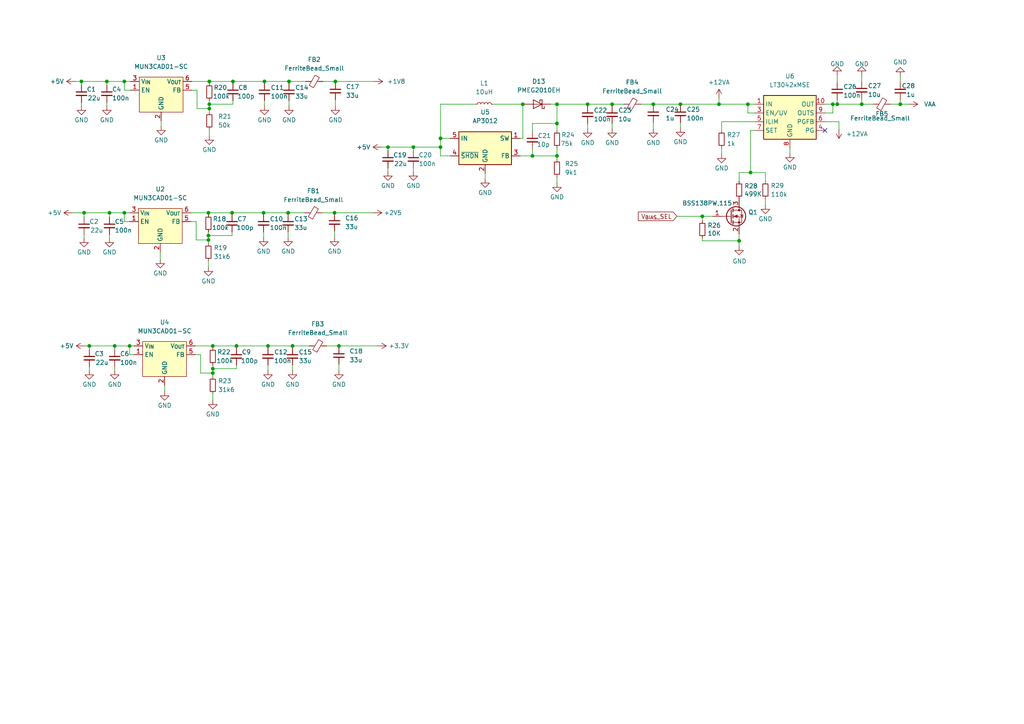
<source format=kicad_sch>
(kicad_sch (version 20211123) (generator eeschema)
  (paper "A4")
  (lib_symbols
    (symbol "Device:C_Small" (pin_numbers hide) (pin_names (offset 0.254) hide)
      (property "Reference" "C" (at 0.254 1.778 0))
      (property "Value" "C_Small" (at 0.254 -2.032 0))
      (symbol "C_Small_0_1"
        (polyline (pts (xy -1.524 -0.508) (xy 1.524 -0.508)) (stroke (width 0.3302)))
        (polyline (pts (xy -1.524 0.508) (xy 1.524 0.508)) (stroke (width 0.3048)))
      )
      (symbol "C_Small_1_1"
        (pin passive line (at 0 2.54 270) (length 2.032) (name "~") (number "1"))
        (pin passive line (at 0 -2.54 90) (length 2.032) (name "~") (number "2"))
      )
    )
    (symbol "Device:FerriteBead_Small" (pin_numbers hide) (pin_names (offset 0))
      (property "Reference" "FB" (at 1.905 1.27 0))
      (property "Value" "FerriteBead_Small" (at 1.905 -1.27 0))
      (symbol "FerriteBead_Small_0_1"
        (polyline (pts (xy 0 -1.27) (xy 0 -0.7874)))
        (polyline (pts (xy 0 0.889) (xy 0 1.2954)))
        (polyline (pts (xy -1.8288 0.2794) (xy -1.1176 1.4986) (xy 1.8288 -0.2032) (xy 1.1176 -1.4224) (xy -1.8288 0.2794)))
      )
      (symbol "FerriteBead_Small_1_1"
        (pin passive line (at 0 2.54 270) (length 1.27) (name "~") (number "1"))
        (pin passive line (at 0 -2.54 90) (length 1.27) (name "~") (number "2"))
      )
    )
    (symbol "Device:L_Small" (pin_numbers hide) (pin_names (offset 0.254) hide)
      (property "Reference" "L" (at 0.762 1.016 0))
      (property "Value" "L_Small" (at 0.762 -1.016 0))
      (symbol "L_Small_0_1"
        (arc (start 0 -2.032) (mid 0.508 -1.524) (end 0 -1.016))
        (arc (start 0 -1.016) (mid 0.508 -0.508) (end 0 0))
        (arc (start 0 0) (mid 0.508 0.508) (end 0 1.016))
        (arc (start 0 1.016) (mid 0.508 1.524) (end 0 2.032))
      )
      (symbol "L_Small_1_1"
        (pin passive line (at 0 2.54 270) (length 0.508) (name "~") (number "1"))
        (pin passive line (at 0 -2.54 90) (length 0.508) (name "~") (number "2"))
      )
    )
    (symbol "Device:Q_NMOS_GSD" (pin_names (offset 0) hide)
      (property "Reference" "Q" (at 5.08 1.27 0))
      (property "Value" "Q_NMOS_GSD" (at 5.08 -1.27 0))
      (symbol "Q_NMOS_GSD_0_1"
        (polyline (pts (xy 0.254 0) (xy -2.54 0)))
        (polyline (pts (xy 0.254 1.905) (xy 0.254 -1.905)) (stroke (width 0.254)))
        (polyline (pts (xy 0.762 -1.27) (xy 0.762 -2.286)) (stroke (width 0.254)))
        (polyline (pts (xy 0.762 0.508) (xy 0.762 -0.508)) (stroke (width 0.254)))
        (polyline (pts (xy 0.762 2.286) (xy 0.762 1.27)) (stroke (width 0.254)))
        (polyline (pts (xy 2.54 2.54) (xy 2.54 1.778)))
        (polyline (pts (xy 2.54 -2.54) (xy 2.54 0) (xy 0.762 0)))
        (polyline (pts (xy 0.762 -1.778) (xy 3.302 -1.778) (xy 3.302 1.778) (xy 0.762 1.778)))
        (polyline (pts (xy 1.016 0) (xy 2.032 0.381) (xy 2.032 -0.381) (xy 1.016 0)) (fill (type outline)))
        (polyline (pts (xy 2.794 0.508) (xy 2.921 0.381) (xy 3.683 0.381) (xy 3.81 0.254)))
        (polyline (pts (xy 3.302 0.381) (xy 2.921 -0.254) (xy 3.683 -0.254) (xy 3.302 0.381)))
        (circle (center 1.651 0) (radius 2.794) (stroke (width 0.254)))
        (circle (center 2.54 -1.778) (radius 0.254) (fill (type outline)))
        (circle (center 2.54 1.778) (radius 0.254) (fill (type outline)))
      )
      (symbol "Q_NMOS_GSD_1_1"
        (pin input line (at -5.08 0 0) (length 2.54) (name "G") (number "1"))
        (pin passive line (at 2.54 -5.08 90) (length 2.54) (name "S") (number "2"))
        (pin passive line (at 2.54 5.08 270) (length 2.54) (name "D") (number "3"))
      )
    )
    (symbol "Device:R_Small" (pin_numbers hide) (pin_names (offset 0.254) hide)
      (property "Reference" "R" (at 0.762 0.508 0))
      (property "Value" "R_Small" (at 0.762 -1.016 0))
      (symbol "R_Small_0_1"
        (rectangle (start -0.762 1.778) (end 0.762 -1.778) (stroke (width 0.2032)))
      )
      (symbol "R_Small_1_1"
        (pin passive line (at 0 2.54 270) (length 0.762) (name "~") (number "1"))
        (pin passive line (at 0 -2.54 90) (length 0.762) (name "~") (number "2"))
      )
    )
    (symbol "Diode:PMEG2010EH" (pin_numbers hide) (pin_names hide)
      (property "Reference" "D" (at 0 2.54 0))
      (property "Value" "PMEG2010EH" (at 0 -2.54 0))
      (symbol "PMEG2010EH_0_1"
        (polyline (pts (xy 1.27 0) (xy -1.27 0)))
        (polyline (pts (xy 1.27 1.27) (xy 1.27 -1.27) (xy -1.27 0) (xy 1.27 1.27)) (stroke (width 0.2032)))
        (polyline (pts (xy -1.905 0.635) (xy -1.905 1.27) (xy -1.27 1.27) (xy -1.27 -1.27) (xy -0.635 -1.27) (xy -0.635 -0.635)) (stroke (width 0.2032)))
      )
      (symbol "PMEG2010EH_1_1"
        (pin passive line (at -3.81 0 0) (length 2.54) (name "K") (number "1"))
        (pin passive line (at 3.81 0 180) (length 2.54) (name "A") (number "2"))
      )
    )
    (symbol "Regulator_Linear:LT3042xMSE"
      (property "Reference" "U" (at -6.35 6.35 0))
      (property "Value" "LT3042xMSE" (at 1.27 6.35 0))
      (symbol "LT3042xMSE_0_1"
        (rectangle (start -7.62 5.08) (end 7.62 -7.62) (stroke (width 0.254)) (fill (type background)))
      )
      (symbol "LT3042xMSE_1_1"
        (pin power_in line (at -10.16 2.54 0) (length 2.54) (name "IN") (number "1"))
        (pin power_out line (at 10.16 2.54 180) (length 2.54) (name "OUT") (number "10"))
        (pin passive line (at 0 -10.16 90) (length 2.54) hide (name "GND") (number "11"))
        (pin passive line (at -10.16 2.54 0) (length 2.54) hide (name "IN") (number "2"))
        (pin input line (at -10.16 0 0) (length 2.54) (name "EN/UV") (number "3"))
        (pin open_collector line (at 10.16 -5.08 180) (length 2.54) (name "PG") (number "4"))
        (pin passive line (at -10.16 -2.54 0) (length 2.54) (name "ILIM") (number "5"))
        (pin input line (at 10.16 -2.54 180) (length 2.54) (name "PGFB") (number "6"))
        (pin passive line (at -10.16 -5.08 0) (length 2.54) (name "SET") (number "7"))
        (pin power_in line (at 0 -10.16 90) (length 2.54) (name "GND") (number "8"))
        (pin input line (at 10.16 0 180) (length 2.54) (name "OUTS") (number "9"))
      )
    )
    (symbol "Regulator_Switching:AP3012"
      (property "Reference" "U" (at -7.62 5.715 0))
      (property "Value" "AP3012" (at 0 5.715 0))
      (symbol "AP3012_0_1"
        (rectangle (start -7.62 4.445) (end 7.62 -5.08) (stroke (width 0.254)) (fill (type background)))
      )
      (symbol "AP3012_1_1"
        (pin passive line (at 10.16 2.54 180) (length 2.54) (name "SW") (number "1"))
        (pin power_in line (at 0 -7.62 90) (length 2.54) (name "GND") (number "2"))
        (pin input line (at 10.16 -2.54 180) (length 2.54) (name "FB") (number "3"))
        (pin input line (at -10.16 -2.54 0) (length 2.54) (name "~{SHDN}") (number "4"))
        (pin power_in line (at -10.16 2.54 0) (length 2.54) (name "IN") (number "5"))
      )
    )
    (symbol "custom:MUN3CAD01-SC"
      (property "Reference" "U" (at 0 8.89 0))
      (property "Value" "MUN3CAD01-SC" (at 0 6.35 0))
      (symbol "MUN3CAD01-SC_0_1"
        (rectangle (start -6.35 5.08) (end 6.35 -5.08) (stroke (width 0.1524)) (fill (type background)))
      )
      (symbol "MUN3CAD01-SC_1_1"
        (pin input line (at -8.89 1.27 0) (length 2.54) (name "EN") (number "1"))
        (pin input line (at 0 -7.62 90) (length 2.54) (name "GND") (number "2"))
        (pin input line (at -8.89 3.81 0) (length 2.54) (name "V_{IN}") (number "3"))
        (pin passive line (at 0 -7.62 90) (length 2.54) hide (name "GND") (number "4"))
        (pin input line (at 8.89 1.27 180) (length 2.54) (name "FB") (number "5"))
        (pin input line (at 8.89 3.81 180) (length 2.54) (name "V_{OUT}") (number "6"))
      )
    )
    (symbol "power:+12VA" (power) (pin_names (offset 0))
      (property "Value" "+12VA" (at 0 3.556 0))
      (symbol "+12VA_0_1"
        (polyline (pts (xy -0.762 1.27) (xy 0 2.54)))
        (polyline (pts (xy 0 0) (xy 0 2.54)))
        (polyline (pts (xy 0 2.54) (xy 0.762 1.27)))
      )
      (symbol "+12VA_1_1"
        (pin power_in line (at 0 0 90) (length 0) hide (name "+12VA") (number "1"))
      )
    )
    (symbol "power:+1V8" (power) (pin_names (offset 0))
      (property "Value" "+1V8" (at 0 3.556 0))
      (symbol "+1V8_0_1"
        (polyline (pts (xy -0.762 1.27) (xy 0 2.54)))
        (polyline (pts (xy 0 0) (xy 0 2.54)))
        (polyline (pts (xy 0 2.54) (xy 0.762 1.27)))
      )
      (symbol "+1V8_1_1"
        (pin power_in line (at 0 0 90) (length 0) hide (name "+1V8") (number "1"))
      )
    )
    (symbol "power:+2V5" (power) (pin_names (offset 0))
      (property "Value" "+2V5" (at 0 3.556 0))
      (symbol "+2V5_0_1"
        (polyline (pts (xy -0.762 1.27) (xy 0 2.54)))
        (polyline (pts (xy 0 0) (xy 0 2.54)))
        (polyline (pts (xy 0 2.54) (xy 0.762 1.27)))
      )
      (symbol "+2V5_1_1"
        (pin power_in line (at 0 0 90) (length 0) hide (name "+2V5") (number "1"))
      )
    )
    (symbol "power:+3.3V" (power) (pin_names (offset 0))
      (property "Value" "+3.3V" (at 0 3.556 0))
      (symbol "+3.3V_0_1"
        (polyline (pts (xy -0.762 1.27) (xy 0 2.54)))
        (polyline (pts (xy 0 0) (xy 0 2.54)))
        (polyline (pts (xy 0 2.54) (xy 0.762 1.27)))
      )
      (symbol "+3.3V_1_1"
        (pin power_in line (at 0 0 90) (length 0) hide (name "+3.3V") (number "1"))
      )
    )
    (symbol "power:+5V" (power) (pin_names (offset 0))
      (property "Value" "+5V" (at 0 3.556 0))
      (symbol "+5V_0_1"
        (polyline (pts (xy -0.762 1.27) (xy 0 2.54)))
        (polyline (pts (xy 0 0) (xy 0 2.54)))
        (polyline (pts (xy 0 2.54) (xy 0.762 1.27)))
      )
      (symbol "+5V_1_1"
        (pin power_in line (at 0 0 90) (length 0) hide (name "+5V") (number "1"))
      )
    )
    (symbol "power:GND" (power) (pin_names (offset 0))
      (property "Value" "GND" (at 0 -3.81 0))
      (symbol "GND_0_1"
        (polyline (pts (xy 0 0) (xy 0 -1.27) (xy 1.27 -1.27) (xy 0 -2.54) (xy -1.27 -1.27) (xy 0 -1.27)))
      )
      (symbol "GND_1_1"
        (pin power_in line (at 0 0 270) (length 0) hide (name "GND") (number "1"))
      )
    )
    (symbol "power:VAA" (power) (pin_names (offset 0))
      (property "Value" "VAA" (at 0 3.81 0))
      (symbol "VAA_0_1"
        (polyline (pts (xy -0.762 1.27) (xy 0 2.54)))
        (polyline (pts (xy 0 0) (xy 0 2.54)))
        (polyline (pts (xy 0 2.54) (xy 0.762 1.27)))
      )
      (symbol "VAA_1_1"
        (pin power_in line (at 0 0 90) (length 0) hide (name "VAA") (number "1"))
      )
    )
  )
  (junction (at 25.908 100.33))
  (junction (at 31.75 61.722))
  (junction (at 60.452 61.722))
  (junction (at 161.544 35.814))
  (junction (at 216.916 30.226))
  (junction (at 60.706 31.496))
  (junction (at 203.708 62.738))
  (junction (at 189.484 30.226))
  (junction (at 261.112 30.226))
  (junction (at 68.58 100.33))
  (junction (at 177.546 30.226))
  (junction (at 97.282 23.622))
  (junction (at 208.534 30.226))
  (junction (at 249.936 30.226))
  (junction (at 161.544 30.226))
  (junction (at 197.358 30.226))
  (junction (at 98.298 100.33))
  (junction (at 37.592 100.33))
  (junction (at 127.762 42.672))
  (junction (at 67.31 61.722))
  (junction (at 127.762 40.132))
  (junction (at 76.454 61.722))
  (junction (at 83.82 23.622))
  (junction (at 61.722 106.934))
  (junction (at 214.376 69.85))
  (junction (at 36.068 61.722))
  (junction (at 76.708 23.622))
  (junction (at 83.566 61.722))
  (junction (at 67.564 23.622))
  (junction (at 170.434 30.226))
  (junction (at 217.678 50.038))
  (junction (at 161.544 45.212))
  (junction (at 242.824 30.226))
  (junction (at 33.274 100.33))
  (junction (at 24.384 61.722))
  (junction (at 241.554 30.226))
  (junction (at 36.068 23.622))
  (junction (at 77.724 100.33))
  (junction (at 30.988 23.622))
  (junction (at 97.028 61.722))
  (junction (at 61.722 100.33))
  (junction (at 60.452 68.326))
  (junction (at 60.706 23.622))
  (junction (at 151.638 30.226))
  (junction (at 154.432 45.212))
  (junction (at 23.622 23.622))
  (junction (at 61.722 108.204))
  (junction (at 119.888 42.672))
  (junction (at 112.522 42.672))
  (junction (at 84.836 100.33))
  (junction (at 60.452 69.596))
  (junction (at 60.706 30.226))
  (no_connect (at 239.268 37.846))
  (wire (pts (xy 241.554 30.226) (xy 239.268 30.226)))
  (wire (pts (xy 61.722 100.33) (xy 68.58 100.33)))
  (wire (pts (xy 214.376 67.818) (xy 214.376 69.85)))
  (wire (pts (xy 137.922 30.226) (xy 127.762 30.226)))
  (wire (pts (xy 56.642 100.33) (xy 61.722 100.33)))
  (wire (pts (xy 97.282 23.622) (xy 97.282 23.876)))
  (wire (pts (xy 151.638 40.132) (xy 151.638 30.226)))
  (wire (pts (xy 218.948 37.846) (xy 217.678 37.846)))
  (wire (pts (xy 216.916 30.226) (xy 218.948 30.226)))
  (wire (pts (xy 97.028 61.722) (xy 97.028 61.976)))
  (wire (pts (xy 55.626 23.622) (xy 60.706 23.622)))
  (wire (pts (xy 197.358 30.226) (xy 208.534 30.226)))
  (wire (pts (xy 67.31 68.326) (xy 67.31 67.31)))
  (wire (pts (xy 119.888 48.768) (xy 119.888 49.784)))
  (wire (pts (xy 159.766 30.226) (xy 161.544 30.226)))
  (wire (pts (xy 249.936 30.226) (xy 253.238 30.226)))
  (wire (pts (xy 60.452 61.722) (xy 67.31 61.722)))
  (wire (pts (xy 56.896 69.596) (xy 60.452 69.596)))
  (wire (pts (xy 154.432 38.1) (xy 154.432 35.814)))
  (wire (pts (xy 60.452 67.31) (xy 60.452 68.326)))
  (wire (pts (xy 221.996 50.038) (xy 221.996 52.578)))
  (wire (pts (xy 36.068 23.622) (xy 37.846 23.622)))
  (wire (pts (xy 61.722 106.934) (xy 68.58 106.934)))
  (wire (pts (xy 68.58 106.934) (xy 68.58 105.918)))
  (wire (pts (xy 67.564 23.622) (xy 67.564 24.13)))
  (wire (pts (xy 161.544 45.212) (xy 161.544 46.228)))
  (wire (pts (xy 60.706 31.496) (xy 60.706 32.512)))
  (wire (pts (xy 127.762 30.226) (xy 127.762 40.132)))
  (wire (pts (xy 110.744 42.672) (xy 112.522 42.672)))
  (wire (pts (xy 243.332 37.592) (xy 243.332 35.306)))
  (wire (pts (xy 185.928 30.226) (xy 189.484 30.226)))
  (wire (pts (xy 61.722 108.204) (xy 61.722 109.22)))
  (wire (pts (xy 203.708 69.85) (xy 203.708 69.088)))
  (wire (pts (xy 170.434 30.226) (xy 170.434 30.734)))
  (wire (pts (xy 23.622 23.622) (xy 23.622 24.638)))
  (wire (pts (xy 127.762 42.672) (xy 127.762 45.212)))
  (wire (pts (xy 33.274 100.33) (xy 33.274 101.346)))
  (wire (pts (xy 36.068 26.162) (xy 36.068 23.622)))
  (wire (pts (xy 77.724 105.918) (xy 77.724 107.442)))
  (wire (pts (xy 208.534 28.448) (xy 208.534 30.226)))
  (wire (pts (xy 31.75 61.722) (xy 31.75 62.992)))
  (wire (pts (xy 189.484 30.226) (xy 189.484 30.48)))
  (wire (pts (xy 60.706 23.622) (xy 67.564 23.622)))
  (wire (pts (xy 46.482 73.152) (xy 46.482 75.184)))
  (wire (pts (xy 249.936 28.702) (xy 249.936 30.226)))
  (wire (pts (xy 60.452 68.326) (xy 67.31 68.326)))
  (wire (pts (xy 25.908 100.33) (xy 33.274 100.33)))
  (wire (pts (xy 93.472 61.722) (xy 97.028 61.722)))
  (wire (pts (xy 37.592 102.87) (xy 37.592 100.33)))
  (wire (pts (xy 23.622 29.718) (xy 23.622 30.734)))
  (wire (pts (xy 214.376 69.85) (xy 214.376 71.374)))
  (wire (pts (xy 161.544 35.814) (xy 161.544 37.846)))
  (wire (pts (xy 242.824 28.956) (xy 242.824 30.226)))
  (wire (pts (xy 112.522 42.672) (xy 119.888 42.672)))
  (wire (pts (xy 161.544 30.226) (xy 161.544 35.814)))
  (wire (pts (xy 217.678 37.846) (xy 217.678 50.038)))
  (wire (pts (xy 112.522 42.672) (xy 112.522 43.688)))
  (wire (pts (xy 55.372 61.722) (xy 60.452 61.722)))
  (wire (pts (xy 61.722 106.934) (xy 61.722 108.204)))
  (wire (pts (xy 30.988 23.622) (xy 36.068 23.622)))
  (wire (pts (xy 76.454 61.722) (xy 76.454 62.23)))
  (wire (pts (xy 119.888 42.672) (xy 127.762 42.672)))
  (wire (pts (xy 97.028 61.722) (xy 108.204 61.722)))
  (wire (pts (xy 31.75 61.722) (xy 36.068 61.722)))
  (wire (pts (xy 84.836 100.33) (xy 84.836 100.838)))
  (wire (pts (xy 33.274 106.426) (xy 33.274 107.442)))
  (wire (pts (xy 68.58 100.33) (xy 68.58 100.838)))
  (wire (pts (xy 67.31 61.722) (xy 76.454 61.722)))
  (wire (pts (xy 61.722 105.918) (xy 61.722 106.934)))
  (wire (pts (xy 112.522 48.768) (xy 112.522 49.784)))
  (wire (pts (xy 76.708 29.21) (xy 76.708 30.734)))
  (wire (pts (xy 239.268 32.766) (xy 241.554 32.766)))
  (wire (pts (xy 243.332 35.306) (xy 239.268 35.306)))
  (wire (pts (xy 203.708 62.738) (xy 206.756 62.738)))
  (wire (pts (xy 21.844 23.622) (xy 23.622 23.622)))
  (wire (pts (xy 60.706 23.622) (xy 60.706 24.13)))
  (wire (pts (xy 154.432 45.212) (xy 161.544 45.212)))
  (wire (pts (xy 55.372 64.262) (xy 56.896 64.262)))
  (wire (pts (xy 37.592 64.262) (xy 36.068 64.262)))
  (wire (pts (xy 21.082 61.722) (xy 24.384 61.722)))
  (wire (pts (xy 83.82 29.21) (xy 83.82 30.734)))
  (wire (pts (xy 218.948 32.766) (xy 216.916 32.766)))
  (wire (pts (xy 197.358 35.56) (xy 197.358 37.084)))
  (wire (pts (xy 97.282 23.622) (xy 108.458 23.622)))
  (wire (pts (xy 33.274 100.33) (xy 37.592 100.33)))
  (wire (pts (xy 177.546 30.226) (xy 177.546 30.734)))
  (wire (pts (xy 98.298 105.664) (xy 98.298 107.442)))
  (wire (pts (xy 60.706 37.592) (xy 60.706 39.37)))
  (wire (pts (xy 203.708 62.738) (xy 203.708 64.008)))
  (wire (pts (xy 76.708 23.622) (xy 83.82 23.622)))
  (wire (pts (xy 119.888 42.672) (xy 119.888 43.688)))
  (wire (pts (xy 76.454 61.722) (xy 83.566 61.722)))
  (wire (pts (xy 189.484 35.56) (xy 189.484 37.338)))
  (wire (pts (xy 93.726 23.622) (xy 97.282 23.622)))
  (wire (pts (xy 196.342 62.738) (xy 203.708 62.738)))
  (wire (pts (xy 197.358 30.226) (xy 197.358 30.48)))
  (wire (pts (xy 97.282 28.956) (xy 97.282 30.734)))
  (wire (pts (xy 242.824 30.226) (xy 249.936 30.226)))
  (wire (pts (xy 24.638 100.33) (xy 25.908 100.33)))
  (wire (pts (xy 24.384 68.072) (xy 24.384 69.088)))
  (wire (pts (xy 76.708 23.622) (xy 76.708 24.13)))
  (wire (pts (xy 61.722 100.33) (xy 61.722 100.838)))
  (wire (pts (xy 209.296 42.926) (xy 209.296 44.704)))
  (wire (pts (xy 84.836 100.33) (xy 89.662 100.33)))
  (wire (pts (xy 97.028 67.056) (xy 97.028 68.834)))
  (wire (pts (xy 154.432 35.814) (xy 161.544 35.814)))
  (wire (pts (xy 61.722 114.3) (xy 61.722 116.078)))
  (wire (pts (xy 241.554 30.226) (xy 242.824 30.226)))
  (wire (pts (xy 258.318 30.226) (xy 261.112 30.226)))
  (wire (pts (xy 208.534 30.226) (xy 216.916 30.226)))
  (wire (pts (xy 55.626 26.162) (xy 57.15 26.162)))
  (wire (pts (xy 83.566 61.722) (xy 88.392 61.722)))
  (wire (pts (xy 37.846 26.162) (xy 36.068 26.162)))
  (wire (pts (xy 38.862 102.87) (xy 37.592 102.87)))
  (wire (pts (xy 77.724 100.33) (xy 77.724 100.838)))
  (wire (pts (xy 161.544 51.308) (xy 161.544 53.086)))
  (wire (pts (xy 83.82 23.622) (xy 83.82 24.13)))
  (wire (pts (xy 25.908 100.33) (xy 25.908 101.346)))
  (wire (pts (xy 60.452 69.596) (xy 60.452 70.612)))
  (wire (pts (xy 177.546 30.226) (xy 180.848 30.226)))
  (wire (pts (xy 58.166 108.204) (xy 61.722 108.204)))
  (wire (pts (xy 56.642 102.87) (xy 58.166 102.87)))
  (wire (pts (xy 77.724 100.33) (xy 84.836 100.33)))
  (wire (pts (xy 150.876 45.212) (xy 154.432 45.212)))
  (wire (pts (xy 140.716 50.292) (xy 140.716 51.816)))
  (wire (pts (xy 76.454 67.31) (xy 76.454 68.834)))
  (wire (pts (xy 261.112 23.876) (xy 261.112 22.098)))
  (wire (pts (xy 67.564 30.226) (xy 67.564 29.21)))
  (wire (pts (xy 189.484 30.226) (xy 197.358 30.226)))
  (wire (pts (xy 217.678 50.038) (xy 221.996 50.038)))
  (wire (pts (xy 83.566 61.722) (xy 83.566 62.23)))
  (wire (pts (xy 170.434 35.814) (xy 170.434 37.338)))
  (wire (pts (xy 261.112 30.226) (xy 263.652 30.226)))
  (wire (pts (xy 67.31 61.722) (xy 67.31 62.23)))
  (wire (pts (xy 216.916 32.766) (xy 216.916 30.226)))
  (wire (pts (xy 57.15 31.496) (xy 60.706 31.496)))
  (wire (pts (xy 203.708 69.85) (xy 214.376 69.85)))
  (wire (pts (xy 98.298 100.33) (xy 98.298 100.584)))
  (wire (pts (xy 84.836 105.918) (xy 84.836 107.442)))
  (wire (pts (xy 60.452 68.326) (xy 60.452 69.596)))
  (wire (pts (xy 68.58 100.33) (xy 77.724 100.33)))
  (wire (pts (xy 60.452 75.692) (xy 60.452 77.47)))
  (wire (pts (xy 241.554 32.766) (xy 241.554 30.226)))
  (wire (pts (xy 217.678 50.038) (xy 214.376 50.038)))
  (wire (pts (xy 67.564 23.622) (xy 76.708 23.622)))
  (wire (pts (xy 60.706 30.226) (xy 60.706 31.496)))
  (wire (pts (xy 161.544 42.926) (xy 161.544 45.212)))
  (wire (pts (xy 46.736 35.052) (xy 46.736 36.576)))
  (wire (pts (xy 130.556 40.132) (xy 127.762 40.132)))
  (wire (pts (xy 221.996 57.658) (xy 221.996 59.436)))
  (wire (pts (xy 24.384 61.722) (xy 31.75 61.722)))
  (wire (pts (xy 209.296 35.306) (xy 209.296 37.846)))
  (wire (pts (xy 214.376 50.038) (xy 214.376 52.578)))
  (wire (pts (xy 151.638 30.226) (xy 152.146 30.226)))
  (wire (pts (xy 94.742 100.33) (xy 98.298 100.33)))
  (wire (pts (xy 229.108 42.926) (xy 229.108 44.45)))
  (wire (pts (xy 30.988 23.622) (xy 30.988 24.638)))
  (wire (pts (xy 47.752 111.76) (xy 47.752 113.538)))
  (wire (pts (xy 31.75 68.072) (xy 31.75 69.088)))
  (wire (pts (xy 261.112 28.956) (xy 261.112 30.226)))
  (wire (pts (xy 150.876 40.132) (xy 151.638 40.132)))
  (wire (pts (xy 83.566 67.31) (xy 83.566 68.834)))
  (wire (pts (xy 37.592 100.33) (xy 38.862 100.33)))
  (wire (pts (xy 57.15 26.162) (xy 57.15 31.496)))
  (wire (pts (xy 56.896 64.262) (xy 56.896 69.596)))
  (wire (pts (xy 36.068 61.722) (xy 36.068 64.262)))
  (wire (pts (xy 127.762 40.132) (xy 127.762 42.672)))
  (wire (pts (xy 24.384 61.722) (xy 24.384 62.992)))
  (wire (pts (xy 23.622 23.622) (xy 30.988 23.622)))
  (wire (pts (xy 161.544 30.226) (xy 170.434 30.226)))
  (wire (pts (xy 143.002 30.226) (xy 151.638 30.226)))
  (wire (pts (xy 242.824 21.844) (xy 242.824 23.876)))
  (wire (pts (xy 25.908 106.426) (xy 25.908 107.442)))
  (wire (pts (xy 83.82 23.622) (xy 88.646 23.622)))
  (wire (pts (xy 177.546 35.814) (xy 177.546 37.338)))
  (wire (pts (xy 36.068 61.722) (xy 37.592 61.722)))
  (wire (pts (xy 154.432 43.18) (xy 154.432 45.212)))
  (wire (pts (xy 249.936 21.844) (xy 249.936 23.622)))
  (wire (pts (xy 60.452 61.722) (xy 60.452 62.23)))
  (wire (pts (xy 170.434 30.226) (xy 177.546 30.226)))
  (wire (pts (xy 58.166 102.87) (xy 58.166 108.204)))
  (wire (pts (xy 60.706 30.226) (xy 67.564 30.226)))
  (wire (pts (xy 60.706 29.21) (xy 60.706 30.226)))
  (wire (pts (xy 98.298 100.33) (xy 109.474 100.33)))
  (wire (pts (xy 218.948 35.306) (xy 209.296 35.306)))
  (wire (pts (xy 30.988 29.718) (xy 30.988 30.734)))
  (wire (pts (xy 127.762 45.212) (xy 130.556 45.212)))
  (global_label "V_{BIAS}_SEL" (shape input) (at 196.342 62.738 180) (property "Intersheet References" "${INTERSHEET_REFS}" (effects hide)))
  (symbol (lib_id "Device:R_Small") (at 60.706 35.052 0) (unit 1)
    (property "Reference" "R21" (at 63.246 33.7819 0) (effects (justify left)))
    (property "Value" "50k" (at 63.246 36.3219 0) (effects (justify left)))
    (property "Footprint" "Resistor_SMD:R_0402_1005Metric" (effects hide))
  )
  (symbol (lib_id "Device:C_Small") (at 30.988 27.178 0) (unit 1)
    (property "Reference" "C4" (at 32.512 25.908 0) (effects (justify left)))
    (property "Value" "100n" (at 32.512 28.448 0) (effects (justify left)))
    (property "Footprint" "Capacitor_SMD:C_0402_1005Metric" (effects hide))
  )
  (symbol (lib_id "Device:C_Small") (at 24.384 65.532 0) (unit 1)
    (property "Reference" "C2" (at 25.908 64.262 0) (effects (justify left)))
    (property "Value" "22u" (at 26.162 66.802 0) (effects (justify left)))
    (property "Footprint" "Capacitor_SMD:C_0805_2012Metric" (effects hide))
  )
  (symbol (lib_id "Device:C_Small") (at 177.546 33.274 0) (unit 1)
    (property "Reference" "C23" (at 179.324 32.004 0) (effects (justify left)))
    (property "Value" "10u" (at 179.324 34.544 0) (effects (justify left)))
    (property "Footprint" "Capacitor_SMD:C_0402_1005Metric" (effects hide))
  )
  (symbol (lib_id "power:GND") (at 60.706 39.37 0) (unit 1)
    (property "Reference" "#PWR052" (effects hide))
    (property "Value" "GND" (at 58.674 43.434 0) (effects (justify left)))
  )
  (symbol (lib_id "Device:R_Small") (at 60.706 26.67 0) (unit 1)
    (property "Reference" "R20" (at 61.976 25.4 0) (effects (justify left)))
    (property "Value" "100k" (at 61.722 27.94 0) (effects (justify left)))
    (property "Footprint" "Resistor_SMD:R_0402_1005Metric" (effects hide))
  )
  (symbol (lib_id "power:GND") (at 189.484 37.338 0) (unit 1)
    (property "Reference" "#PWR073" (effects hide))
    (property "Value" "GND" (at 187.452 41.402 0) (effects (justify left)))
  )
  (symbol (lib_id "power:GND") (at 31.75 69.088 0) (unit 1)
    (property "Reference" "#PWR046" (effects hide))
    (property "Value" "GND" (at 29.718 73.152 0) (effects (justify left)))
  )
  (symbol (lib_id "Device:C_Small") (at 33.274 103.886 0) (unit 1)
    (property "Reference" "C6" (at 34.798 102.616 0) (effects (justify left)))
    (property "Value" "100n" (at 34.798 105.156 0) (effects (justify left)))
    (property "Footprint" "Capacitor_SMD:C_0402_1005Metric" (effects hide))
  )
  (symbol (lib_id "Device:C_Small") (at 97.282 26.416 0) (unit 1)
    (property "Reference" "C17" (at 100.33 25.1522 0) (effects (justify left)))
    (property "Value" "33u" (at 100.33 27.6922 0) (effects (justify left)))
    (property "Footprint" "Capacitor_SMD:C_0805_2012Metric" (effects hide))
  )
  (symbol (lib_id "Device:R_Small") (at 60.452 64.77 0) (unit 1)
    (property "Reference" "R18" (at 61.722 63.5 0) (effects (justify left)))
    (property "Value" "100k" (at 61.468 66.04 0) (effects (justify left)))
    (property "Footprint" "Resistor_SMD:R_0402_1005Metric" (effects hide))
  )
  (symbol (lib_id "Device:C_Small") (at 97.028 64.516 0) (unit 1)
    (property "Reference" "C16" (at 100.076 63.2522 0) (effects (justify left)))
    (property "Value" "33u" (at 100.076 65.7922 0) (effects (justify left)))
    (property "Footprint" "Capacitor_SMD:C_0805_2012Metric" (effects hide))
  )
  (symbol (lib_id "Regulator_Linear:LT3042xMSE") (at 229.108 32.766 0) (unit 1)
    (property "Reference" "U6" (at 229.108 22.098 0))
    (property "Value" "LT3042xMSE" (at 229.108 24.638 0))
    (property "Footprint" "Package_SO:MSOP-10-1EP_3x3mm_P0.5mm_EP1.68x1.88mm" (effects hide))
    (property "Datasheet" "https://www.analog.com/media/en/technical-documentation/data-sheets/3042fb.pdf" (effects hide))
  )
  (symbol (lib_id "Device:R_Small") (at 161.544 40.386 0) (unit 1)
    (property "Reference" "R24" (at 162.814 39.116 0) (effects (justify left)))
    (property "Value" "75k" (at 162.56 41.656 0) (effects (justify left)))
    (property "Footprint" "Resistor_SMD:R_0402_1005Metric" (effects hide))
  )
  (symbol (lib_id "power:GND") (at 197.358 37.084 0) (unit 1)
    (property "Reference" "#PWR074" (effects hide))
    (property "Value" "GND" (at 195.326 41.148 0) (effects (justify left)))
  )
  (symbol (lib_id "power:GND") (at 83.566 68.834 0) (unit 1)
    (property "Reference" "#PWR057" (effects hide))
    (property "Value" "GND" (at 81.534 72.898 0) (effects (justify left)))
  )
  (symbol (lib_id "power:GND") (at 25.908 107.442 0) (unit 1)
    (property "Reference" "#PWR044" (effects hide))
    (property "Value" "GND" (at 23.876 111.506 0) (effects (justify left)))
  )
  (symbol (lib_id "power:GND") (at 177.546 37.338 0) (unit 1)
    (property "Reference" "#PWR072" (effects hide))
    (property "Value" "GND" (at 175.514 41.402 0) (effects (justify left)))
  )
  (symbol (lib_id "power:GND") (at 261.112 22.098 180) (unit 1)
    (property "Reference" "#PWR083" (effects hide))
    (property "Value" "GND" (at 263.144 18.034 0) (effects (justify left)))
  )
  (symbol (lib_id "Device:C_Small") (at 170.434 33.274 0) (unit 1)
    (property "Reference" "C22" (at 172.212 32.004 0) (effects (justify left)))
    (property "Value" "100n" (at 172.212 34.544 0) (effects (justify left)))
    (property "Footprint" "Capacitor_SMD:C_0402_1005Metric" (effects hide))
  )
  (symbol (lib_id "Diode:PMEG2010EH") (at 155.956 30.226 180) (unit 1)
    (property "Reference" "D13" (at 156.2735 23.622 0))
    (property "Value" "PMEG2010EH" (at 156.2735 26.162 0))
    (property "Footprint" "Diode_SMD:D_SOD-123F" (effects hide))
    (property "Datasheet" "https://assets.nexperia.com/documents/data-sheet/PMEG2010EH_EJ_ET.pdf" (effects hide))
  )
  (symbol (lib_id "Device:C_Small") (at 25.908 103.886 0) (unit 1)
    (property "Reference" "C3" (at 27.432 102.616 0) (effects (justify left)))
    (property "Value" "22u" (at 27.686 105.156 0) (effects (justify left)))
    (property "Footprint" "Capacitor_SMD:C_0805_2012Metric" (effects hide))
  )
  (symbol (lib_id "power:+5V") (at 21.082 61.722 90) (unit 1)
    (property "Reference" "#PWR039" (effects hide))
    (property "Value" "+5V" (at 13.716 61.722 90) (effects (justify right)))
  )
  (symbol (lib_id "Device:C_Small") (at 83.566 64.77 0) (unit 1)
    (property "Reference" "C13" (at 85.344 63.5 0) (effects (justify left)))
    (property "Value" "33u" (at 85.344 66.04 0) (effects (justify left)))
    (property "Footprint" "Capacitor_SMD:C_0805_2012Metric" (effects hide))
  )
  (symbol (lib_id "power:GND") (at 76.708 30.734 0) (unit 1)
    (property "Reference" "#PWR055" (effects hide))
    (property "Value" "GND" (at 74.676 34.798 0) (effects (justify left)))
  )
  (symbol (lib_id "Device:C_Small") (at 197.358 33.02 0) (unit 1)
    (property "Reference" "C25" (at 199.136 31.75 0) (effects (justify left)))
    (property "Value" "100n" (at 199.136 34.29 0) (effects (justify left)))
    (property "Footprint" "Capacitor_SMD:C_0402_1005Metric" (effects hide))
  )
  (symbol (lib_id "power:GND") (at 140.716 51.816 0) (unit 1)
    (property "Reference" "#PWR069" (effects hide))
    (property "Value" "GND" (at 138.684 55.88 0) (effects (justify left)))
  )
  (symbol (lib_id "power:VAA") (at 263.652 30.226 270) (unit 1)
    (property "Reference" "#PWR084" (effects hide))
    (property "Value" "VAA" (at 267.97 30.2259 90) (effects (justify left)))
  )
  (symbol (lib_id "power:GND") (at 221.996 59.436 0) (unit 1)
    (property "Reference" "#PWR078" (effects hide))
    (property "Value" "GND" (at 219.964 63.5 0) (effects (justify left)))
  )
  (symbol (lib_id "power:GND") (at 76.454 68.834 0) (unit 1)
    (property "Reference" "#PWR054" (effects hide))
    (property "Value" "GND" (at 74.422 72.898 0) (effects (justify left)))
  )
  (symbol (lib_id "Device:FerriteBead_Small") (at 255.778 30.226 90) (unit 1)
    (property "Reference" "FB5" (at 255.778 33.02 90))
    (property "Value" "FerriteBead_Small" (at 255.27 34.29 90))
    (property "Footprint" "Inductor_SMD:L_0603_1608Metric" (effects hide))
  )
  (symbol (lib_id "custom:MUN3CAD01-SC") (at 47.752 104.14 0) (unit 1)
    (property "Reference" "U4" (at 47.752 93.472 0))
    (property "Value" "MUN3CAD01-SC" (at 47.752 96.012 0))
  )
  (symbol (lib_id "Device:FerriteBead_Small") (at 91.186 23.622 90) (unit 1)
    (property "Reference" "FB2" (at 91.1479 17.272 90))
    (property "Value" "FerriteBead_Small" (at 91.1479 19.812 90))
    (property "Footprint" "Inductor_SMD:L_0603_1608Metric" (effects hide))
  )
  (symbol (lib_id "Device:Q_NMOS_GSD") (at 211.836 62.738 0) (unit 1)
    (property "Reference" "Q1" (at 217.0176 61.5696 0) (effects (justify left)))
    (property "Value" "BSS138PW,115" (at 197.866 58.928 0) (effects (justify left)))
    (property "Footprint" "Package_TO_SOT_SMD:SOT-323_SC-70" (effects hide))
    (property "MPN" "BSS138PW,115" (effects hide))
  )
  (symbol (lib_id "Device:L_Small") (at 140.462 30.226 90) (unit 1)
    (property "Reference" "L1" (at 140.462 24.13 90))
    (property "Value" "10uH" (at 140.462 26.67 90))
    (property "Footprint" "Inductor_SMD:L_1812_4532Metric" (effects hide))
  )
  (symbol (lib_id "power:GND") (at 23.622 30.734 0) (unit 1)
    (property "Reference" "#PWR041" (effects hide))
    (property "Value" "GND" (at 21.59 34.798 0) (effects (justify left)))
  )
  (symbol (lib_id "Device:R_Small") (at 61.722 103.378 0) (unit 1)
    (property "Reference" "R22" (at 62.992 102.108 0) (effects (justify left)))
    (property "Value" "100k" (at 62.738 104.648 0) (effects (justify left)))
    (property "Footprint" "Resistor_SMD:R_0402_1005Metric" (effects hide))
  )
  (symbol (lib_id "power:+1V8") (at 108.458 23.622 270) (unit 1)
    (property "Reference" "#PWR064" (effects hide))
    (property "Value" "+1V8" (at 112.268 23.6219 90) (effects (justify left)))
  )
  (symbol (lib_id "Device:R_Small") (at 221.996 55.118 0) (unit 1)
    (property "Reference" "R29" (at 223.52 53.8479 0) (effects (justify left)))
    (property "Value" "110k" (at 223.52 56.3879 0) (effects (justify left)))
    (property "Footprint" "Resistor_SMD:R_0402_1005Metric" (effects hide))
  )
  (symbol (lib_id "Device:C_Small") (at 98.298 103.124 0) (unit 1)
    (property "Reference" "C18" (at 101.346 101.8602 0) (effects (justify left)))
    (property "Value" "33u" (at 101.346 104.4002 0) (effects (justify left)))
    (property "Footprint" "Capacitor_SMD:C_0805_2012Metric" (effects hide))
  )
  (symbol (lib_id "power:GND") (at 30.988 30.734 0) (unit 1)
    (property "Reference" "#PWR045" (effects hide))
    (property "Value" "GND" (at 28.956 34.798 0) (effects (justify left)))
  )
  (symbol (lib_id "Device:R_Small") (at 61.722 111.76 0) (unit 1)
    (property "Reference" "R23" (at 63.246 110.4899 0) (effects (justify left)))
    (property "Value" "31k6" (at 63.246 113.0299 0) (effects (justify left)))
    (property "Footprint" "Resistor_SMD:R_0402_1005Metric" (effects hide))
  )
  (symbol (lib_id "power:+2V5") (at 108.204 61.722 270) (unit 1)
    (property "Reference" "#PWR063" (effects hide))
    (property "Value" "+2V5" (at 116.586 61.722 90) (effects (justify right)))
  )
  (symbol (lib_id "power:GND") (at 46.482 75.184 0) (unit 1)
    (property "Reference" "#PWR048" (effects hide))
    (property "Value" "GND" (at 44.45 79.248 0) (effects (justify left)))
  )
  (symbol (lib_id "power:GND") (at 84.836 107.442 0) (unit 1)
    (property "Reference" "#PWR059" (effects hide))
    (property "Value" "GND" (at 82.804 111.506 0) (effects (justify left)))
  )
  (symbol (lib_id "Device:C_Small") (at 67.564 26.67 0) (unit 1)
    (property "Reference" "C8" (at 69.088 25.4 0) (effects (justify left)))
    (property "Value" "100p" (at 68.834 27.94 0) (effects (justify left)))
    (property "Footprint" "Capacitor_SMD:C_0402_1005Metric" (effects hide))
  )
  (symbol (lib_id "power:GND") (at 61.722 116.078 0) (unit 1)
    (property "Reference" "#PWR053" (effects hide))
    (property "Value" "GND" (at 59.69 120.142 0) (effects (justify left)))
  )
  (symbol (lib_id "Device:C_Small") (at 68.58 103.378 0) (unit 1)
    (property "Reference" "C9" (at 70.104 102.108 0) (effects (justify left)))
    (property "Value" "100p" (at 69.85 104.648 0) (effects (justify left)))
    (property "Footprint" "Capacitor_SMD:C_0402_1005Metric" (effects hide))
  )
  (symbol (lib_id "power:+5V") (at 110.744 42.672 90) (unit 1)
    (property "Reference" "#PWR066" (effects hide))
    (property "Value" "+5V" (at 103.378 42.672 90) (effects (justify right)))
  )
  (symbol (lib_id "power:+3.3V") (at 109.474 100.33 270) (unit 1)
    (property "Reference" "#PWR065" (effects hide))
    (property "Value" "+3.3V" (at 118.618 100.33 90) (effects (justify right)))
  )
  (symbol (lib_id "power:+5V") (at 21.844 23.622 90) (unit 1)
    (property "Reference" "#PWR040" (effects hide))
    (property "Value" "+5V" (at 14.478 23.622 90) (effects (justify right)))
  )
  (symbol (lib_id "Device:C_Small") (at 189.484 33.02 0) (unit 1)
    (property "Reference" "C24" (at 193.04 31.7562 0) (effects (justify left)))
    (property "Value" "1u" (at 193.04 34.2962 0) (effects (justify left)))
    (property "Footprint" "Capacitor_SMD:C_0402_1005Metric" (effects hide))
  )
  (symbol (lib_id "Device:R_Small") (at 60.452 73.152 0) (unit 1)
    (property "Reference" "R19" (at 61.976 71.8819 0) (effects (justify left)))
    (property "Value" "31k6" (at 61.976 74.4219 0) (effects (justify left)))
    (property "Footprint" "Resistor_SMD:R_0402_1005Metric" (effects hide))
  )
  (symbol (lib_id "power:GND") (at 229.108 44.45 0) (unit 1)
    (property "Reference" "#PWR079" (effects hide))
    (property "Value" "GND" (at 227.076 48.514 0) (effects (justify left)))
  )
  (symbol (lib_id "Device:R_Small") (at 214.376 55.118 0) (unit 1)
    (property "Reference" "R28" (at 215.8746 53.9496 0) (effects (justify left)))
    (property "Value" "499K" (at 215.8746 56.261 0) (effects (justify left)))
    (property "Footprint" "Resistor_SMD:R_0402_1005Metric" (effects hide))
  )
  (symbol (lib_id "power:GND") (at 119.888 49.784 0) (unit 1)
    (property "Reference" "#PWR068" (effects hide))
    (property "Value" "GND" (at 117.856 53.848 0) (effects (justify left)))
  )
  (symbol (lib_id "Device:R_Small") (at 209.296 40.386 0) (unit 1)
    (property "Reference" "R27" (at 210.82 39.1159 0) (effects (justify left)))
    (property "Value" "1k" (at 210.82 41.6559 0) (effects (justify left)))
    (property "Footprint" "Resistor_SMD:R_0402_1005Metric" (effects hide))
  )
  (symbol (lib_id "Device:C_Small") (at 249.936 26.162 0) (unit 1)
    (property "Reference" "C27" (at 251.714 24.892 0) (effects (justify left)))
    (property "Value" "10u" (at 251.714 27.432 0) (effects (justify left)))
    (property "Footprint" "Capacitor_SMD:C_0402_1005Metric" (effects hide))
  )
  (symbol (lib_id "power:GND") (at 112.522 49.784 0) (unit 1)
    (property "Reference" "#PWR067" (effects hide))
    (property "Value" "GND" (at 110.49 53.848 0) (effects (justify left)))
  )
  (symbol (lib_id "Device:C_Small") (at 242.824 26.416 0) (unit 1)
    (property "Reference" "C26" (at 244.602 25.146 0) (effects (justify left)))
    (property "Value" "100n" (at 244.602 27.686 0) (effects (justify left)))
    (property "Footprint" "Capacitor_SMD:C_0402_1005Metric" (effects hide))
  )
  (symbol (lib_id "Device:C_Small") (at 76.454 64.77 0) (unit 1)
    (property "Reference" "C10" (at 78.232 63.5 0) (effects (justify left)))
    (property "Value" "100n" (at 78.232 66.04 0) (effects (justify left)))
    (property "Footprint" "Capacitor_SMD:C_0402_1005Metric" (effects hide))
  )
  (symbol (lib_id "power:GND") (at 209.296 44.704 0) (unit 1)
    (property "Reference" "#PWR076" (effects hide))
    (property "Value" "GND" (at 207.264 48.768 0) (effects (justify left)))
  )
  (symbol (lib_id "power:GND") (at 170.434 37.338 0) (unit 1)
    (property "Reference" "#PWR071" (effects hide))
    (property "Value" "GND" (at 168.402 41.402 0) (effects (justify left)))
  )
  (symbol (lib_id "power:GND") (at 242.824 21.844 180) (unit 1)
    (property "Reference" "#PWR080" (effects hide))
    (property "Value" "GND" (at 240.792 18.542 0) (effects (justify right)))
  )
  (symbol (lib_id "power:GND") (at 97.282 30.734 0) (unit 1)
    (property "Reference" "#PWR061" (effects hide))
    (property "Value" "GND" (at 95.25 34.798 0) (effects (justify left)))
  )
  (symbol (lib_id "Device:C_Small") (at 23.622 27.178 0) (unit 1)
    (property "Reference" "C1" (at 25.146 25.908 0) (effects (justify left)))
    (property "Value" "22u" (at 25.4 28.448 0) (effects (justify left)))
    (property "Footprint" "Capacitor_SMD:C_0805_2012Metric" (effects hide))
  )
  (symbol (lib_id "Device:C_Small") (at 77.724 103.378 0) (unit 1)
    (property "Reference" "C12" (at 79.502 102.108 0) (effects (justify left)))
    (property "Value" "100n" (at 79.502 104.648 0) (effects (justify left)))
    (property "Footprint" "Capacitor_SMD:C_0402_1005Metric" (effects hide))
  )
  (symbol (lib_id "Device:C_Small") (at 31.75 65.532 0) (unit 1)
    (property "Reference" "C5" (at 33.274 64.262 0) (effects (justify left)))
    (property "Value" "100n" (at 33.274 66.802 0) (effects (justify left)))
    (property "Footprint" "Capacitor_SMD:C_0402_1005Metric" (effects hide))
  )
  (symbol (lib_id "power:GND") (at 46.736 36.576 0) (unit 1)
    (property "Reference" "#PWR049" (effects hide))
    (property "Value" "GND" (at 44.704 40.64 0) (effects (justify left)))
  )
  (symbol (lib_id "Device:R_Small") (at 203.708 66.548 0) (unit 1)
    (property "Reference" "R26" (at 205.2066 65.3796 0) (effects (justify left)))
    (property "Value" "10K" (at 205.2066 67.691 0) (effects (justify left)))
    (property "Footprint" "Resistor_SMD:R_0402_1005Metric" (effects hide))
  )
  (symbol (lib_id "power:GND") (at 33.274 107.442 0) (unit 1)
    (property "Reference" "#PWR047" (effects hide))
    (property "Value" "GND" (at 31.242 111.506 0) (effects (justify left)))
  )
  (symbol (lib_id "custom:MUN3CAD01-SC") (at 46.736 27.432 0) (unit 1)
    (property "Reference" "U3" (at 46.736 16.764 0))
    (property "Value" "MUN3CAD01-SC" (at 46.736 19.304 0))
  )
  (symbol (lib_id "power:GND") (at 47.752 113.538 0) (unit 1)
    (property "Reference" "#PWR050" (effects hide))
    (property "Value" "GND" (at 45.72 117.602 0) (effects (justify left)))
  )
  (symbol (lib_id "Device:FerriteBead_Small") (at 183.388 30.226 90) (unit 1)
    (property "Reference" "FB4" (at 183.3499 23.876 90))
    (property "Value" "FerriteBead_Small" (at 183.3499 26.416 90))
    (property "Footprint" "Inductor_SMD:L_0603_1608Metric" (effects hide))
  )
  (symbol (lib_id "Device:C_Small") (at 67.31 64.77 0) (unit 1)
    (property "Reference" "C7" (at 68.834 63.5 0) (effects (justify left)))
    (property "Value" "100p" (at 68.58 66.04 0) (effects (justify left)))
    (property "Footprint" "Capacitor_SMD:C_0402_1005Metric" (effects hide))
  )
  (symbol (lib_id "Device:R_Small") (at 161.544 48.768 0) (unit 1)
    (property "Reference" "R25" (at 163.83 47.4979 0) (effects (justify left)))
    (property "Value" "9k1" (at 163.83 50.0379 0) (effects (justify left)))
    (property "Footprint" "Resistor_SMD:R_0402_1005Metric" (effects hide))
  )
  (symbol (lib_id "power:GND") (at 97.028 68.834 0) (unit 1)
    (property "Reference" "#PWR060" (effects hide))
    (property "Value" "GND" (at 94.996 72.898 0) (effects (justify left)))
  )
  (symbol (lib_id "Device:C_Small") (at 76.708 26.67 0) (unit 1)
    (property "Reference" "C11" (at 78.486 25.4 0) (effects (justify left)))
    (property "Value" "100n" (at 78.486 27.94 0) (effects (justify left)))
    (property "Footprint" "Capacitor_SMD:C_0402_1005Metric" (effects hide))
  )
  (symbol (lib_id "power:GND") (at 161.544 53.086 0) (unit 1)
    (property "Reference" "#PWR070" (effects hide))
    (property "Value" "GND" (at 159.512 57.15 0) (effects (justify left)))
  )
  (symbol (lib_id "Device:FerriteBead_Small") (at 92.202 100.33 90) (unit 1)
    (property "Reference" "FB3" (at 92.1639 93.98 90))
    (property "Value" "FerriteBead_Small" (at 92.1639 96.52 90))
    (property "Footprint" "Inductor_SMD:L_0603_1608Metric" (effects hide))
  )
  (symbol (lib_id "power:GND") (at 77.724 107.442 0) (unit 1)
    (property "Reference" "#PWR056" (effects hide))
    (property "Value" "GND" (at 75.692 111.506 0) (effects (justify left)))
  )
  (symbol (lib_id "power:GND") (at 249.936 21.844 180) (unit 1)
    (property "Reference" "#PWR082" (effects hide))
    (property "Value" "GND" (at 247.904 18.542 0) (effects (justify right)))
  )
  (symbol (lib_id "Device:C_Small") (at 112.522 46.228 0) (unit 1)
    (property "Reference" "C19" (at 114.046 44.958 0) (effects (justify left)))
    (property "Value" "22u" (at 114.3 47.498 0) (effects (justify left)))
    (property "Footprint" "Capacitor_SMD:C_0805_2012Metric" (effects hide))
  )
  (symbol (lib_id "Regulator_Switching:AP3012") (at 140.716 42.672 0) (unit 1)
    (property "Reference" "U5" (at 140.716 32.512 0))
    (property "Value" "AP3012" (at 140.716 35.052 0))
    (property "Footprint" "Package_TO_SOT_SMD:SOT-23-5" (effects hide))
    (property "Datasheet" "https://www.diodes.com/assets/Datasheets/AP3012.pdf" (effects hide))
  )
  (symbol (lib_id "Device:C_Small") (at 261.112 26.416 180) (unit 1)
    (property "Reference" "C28" (at 265.43 24.892 0) (effects (justify left)))
    (property "Value" "1u" (at 265.43 27.432 0) (effects (justify left)))
    (property "Footprint" "Capacitor_SMD:C_0402_1005Metric" (effects hide))
  )
  (symbol (lib_id "custom:MUN3CAD01-SC") (at 46.482 65.532 0) (unit 1)
    (property "Reference" "U2" (at 46.482 54.864 0))
    (property "Value" "MUN3CAD01-SC" (at 46.482 57.404 0))
  )
  (symbol (lib_id "power:GND") (at 83.82 30.734 0) (unit 1)
    (property "Reference" "#PWR058" (effects hide))
    (property "Value" "GND" (at 81.788 34.798 0) (effects (justify left)))
  )
  (symbol (lib_id "power:GND") (at 214.376 71.374 0) (unit 1)
    (property "Reference" "#PWR077" (effects hide))
    (property "Value" "GND" (at 214.503 75.7682 0))
  )
  (symbol (lib_id "power:+5V") (at 24.638 100.33 90) (unit 1)
    (property "Reference" "#PWR043" (effects hide))
    (property "Value" "+5V" (at 17.272 100.33 90) (effects (justify right)))
  )
  (symbol (lib_id "power:GND") (at 60.452 77.47 0) (unit 1)
    (property "Reference" "#PWR051" (effects hide))
    (property "Value" "GND" (at 58.42 81.534 0) (effects (justify left)))
  )
  (symbol (lib_id "Device:C_Small") (at 119.888 46.228 0) (unit 1)
    (property "Reference" "C20" (at 121.412 44.958 0) (effects (justify left)))
    (property "Value" "100n" (at 121.412 47.498 0) (effects (justify left)))
    (property "Footprint" "Capacitor_SMD:C_0402_1005Metric" (effects hide))
  )
  (symbol (lib_id "Device:C_Small") (at 154.432 40.64 0) (unit 1)
    (property "Reference" "C21" (at 155.956 39.37 0) (effects (justify left)))
    (property "Value" "10p" (at 155.702 41.91 0) (effects (justify left)))
    (property "Footprint" "Capacitor_SMD:C_0402_1005Metric" (effects hide))
  )
  (symbol (lib_id "power:+12VA") (at 208.534 28.448 0) (unit 1)
    (property "Reference" "#PWR075" (effects hide))
    (property "Value" "+12VA" (at 208.534 23.876 0))
  )
  (symbol (lib_id "Device:C_Small") (at 83.82 26.67 0) (unit 1)
    (property "Reference" "C14" (at 85.598 25.4 0) (effects (justify left)))
    (property "Value" "33u" (at 85.598 27.94 0) (effects (justify left)))
    (property "Footprint" "Capacitor_SMD:C_0805_2012Metric" (effects hide))
  )
  (symbol (lib_id "power:+12VA") (at 243.332 37.592 180) (unit 1)
    (property "Reference" "#PWR081" (effects hide))
    (property "Value" "+12VA" (at 245.364 38.8619 0) (effects (justify right)))
  )
  (symbol (lib_id "Device:C_Small") (at 84.836 103.378 0) (unit 1)
    (property "Reference" "C15" (at 86.614 102.108 0) (effects (justify left)))
    (property "Value" "33u" (at 86.614 104.648 0) (effects (justify left)))
    (property "Footprint" "Capacitor_SMD:C_0805_2012Metric" (effects hide))
  )
  (symbol (lib_id "power:GND") (at 98.298 107.442 0) (unit 1)
    (property "Reference" "#PWR062" (effects hide))
    (property "Value" "GND" (at 96.266 111.506 0) (effects (justify left)))
  )
  (symbol (lib_id "Device:FerriteBead_Small") (at 90.932 61.722 90) (unit 1)
    (property "Reference" "FB1" (at 90.8939 55.372 90))
    (property "Value" "FerriteBead_Small" (at 90.8939 57.912 90))
    (property "Footprint" "Inductor_SMD:L_0603_1608Metric" (effects hide))
  )
  (symbol (lib_id "power:GND") (at 24.384 69.088 0) (unit 1)
    (property "Reference" "#PWR042" (effects hide))
    (property "Value" "GND" (at 22.352 73.152 0) (effects (justify left)))
  )
)
</source>
